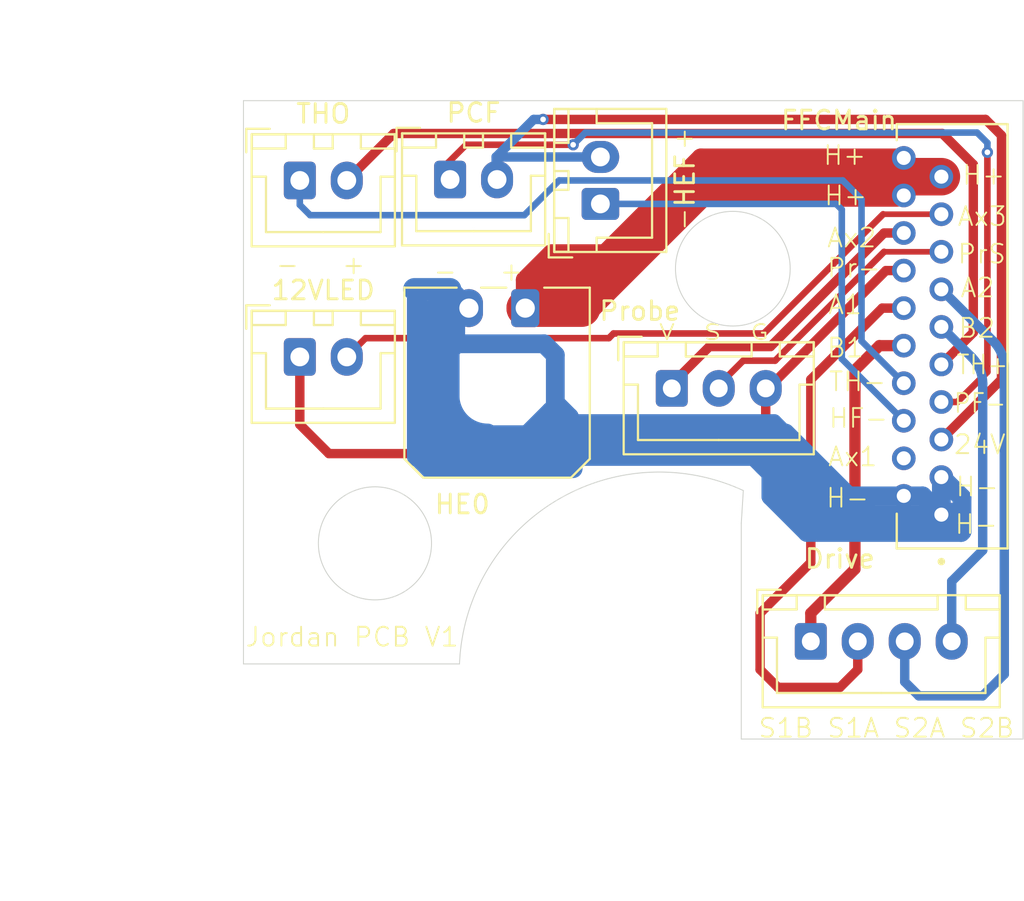
<source format=kicad_pcb>
(kicad_pcb (version 20240108) (generator "pcbnew") (generator_version "8.0")
  (layers (0 "F.Cu" signal) (31 "B.Cu" signal) (34 "B.Paste" user) (35 "F.Paste" user) (36 "B.SilkS" user "B.Silkscreen") (37 "F.SilkS" user "F.Silkscreen") (38 "B.Mask" user) (39 "F.Mask" user) (44 "Edge.Cuts" user))
  (net 0 "")
  (footprint "Connector_JST:JST_XH_B2B-XH-A_1x02_P2.50mm_Vertical" (layer "F.Cu") (at 148.5 66.65)
    (property "Reference" "12VLED" (at 1.25 -3.55 0) (layer "F.SilkS"))
    (property "Value" "JST_XH_B2B-XH-A_1x02_P2.50mm_Vertical" (hide yes))
    (fp_line (start -2.85 -2.75) (end -2.85 -1.5) (stroke (width 0.12)) (layer "F.SilkS"))
    (fp_line (start -2.56 -2.46) (end -2.56 3.51) (stroke (width 0.12)) (layer "F.SilkS"))
    (fp_line (start -2.56 3.51) (end 5.06 3.51) (stroke (width 0.12)) (layer "F.SilkS"))
    (fp_line (start -2.55 -2.45) (end -2.55 -1.7) (stroke (width 0.12)) (layer "F.SilkS"))
    (fp_line (start -2.55 -1.7) (end -0.75 -1.7) (stroke (width 0.12)) (layer "F.SilkS"))
    (fp_line (start -2.55 -0.2) (end -1.8 -0.2) (stroke (width 0.12)) (layer "F.SilkS"))
    (fp_line (start -1.8 -0.2) (end -1.8 2.75) (stroke (width 0.12)) (layer "F.SilkS"))
    (fp_line (start -1.8 2.75) (end 1.25 2.75) (stroke (width 0.12)) (layer "F.SilkS"))
    (fp_line (start -1.6 -2.75) (end -2.85 -2.75) (stroke (width 0.12)) (layer "F.SilkS"))
    (fp_line (start -0.75 -2.45) (end -2.55 -2.45) (stroke (width 0.12)) (layer "F.SilkS"))
    (fp_line (start -0.75 -1.7) (end -0.75 -2.45) (stroke (width 0.12)) (layer "F.SilkS"))
    (fp_line (start 0.75 -2.45) (end 0.75 -1.7) (stroke (width 0.12)) (layer "F.SilkS"))
    (fp_line (start 0.75 -1.7) (end 1.75 -1.7) (stroke (width 0.12)) (layer "F.SilkS"))
    (fp_line (start 1.75 -2.45) (end 0.75 -2.45) (stroke (width 0.12)) (layer "F.SilkS"))
    (fp_line (start 1.75 -1.7) (end 1.75 -2.45) (stroke (width 0.12)) (layer "F.SilkS"))
    (fp_line (start 3.25 -2.45) (end 3.25 -1.7) (stroke (width 0.12)) (layer "F.SilkS"))
    (fp_line (start 3.25 -1.7) (end 5.05 -1.7) (stroke (width 0.12)) (layer "F.SilkS"))
    (fp_line (start 4.3 -0.2) (end 4.3 2.75) (stroke (width 0.12)) (layer "F.SilkS"))
    (fp_line (start 4.3 2.75) (end 1.25 2.75) (stroke (width 0.12)) (layer "F.SilkS"))
    (fp_line (start 5.05 -2.45) (end 3.25 -2.45) (stroke (width 0.12)) (layer "F.SilkS"))
    (fp_line (start 5.05 -1.7) (end 5.05 -2.45) (stroke (width 0.12)) (layer "F.SilkS"))
    (fp_line (start 5.05 -0.2) (end 4.3 -0.2) (stroke (width 0.12)) (layer "F.SilkS"))
    (fp_line (start 5.06 -2.46) (end -2.56 -2.46) (stroke (width 0.12)) (layer "F.SilkS"))
    (fp_line (start 5.06 3.51) (end 5.06 -2.46) (stroke (width 0.12)) (layer "F.SilkS"))
    (pad "1" thru_hole roundrect (at 0 0) (size 1.7 2) (drill 1) (layers "*.Cu" "*.Mask") (roundrect_rratio 0.147059))
    (pad "2" thru_hole oval (at 2.5 0) (size 1.7 2) (drill 1) (layers "*.Cu" "*.Mask"))
  )
  (footprint "Connector_Molex:Molex_Micro-Fit_3.0_43650-0200_1x02_P3.00mm_Horizontal" (layer "F.Cu") (at 160.5 64.05 180)
    (property "Reference" "HE0" (at 3.35 -10.45 180) (layer "F.SilkS"))
    (property "Value" "Molex_Micro-Fit_3.0_43650-0200_1x02_P3.00mm_Horizontal" (hide yes))
    (fp_line (start 6.435 1.09) (end 3.651767 1.09) (stroke (width 0.12)) (layer "F.SilkS"))
    (fp_line (start 6.435 -8.03) (end 6.435 1.09) (stroke (width 0.12)) (layer "F.SilkS"))
    (fp_line (start 5.435 -9.03) (end 6.435 -8.03) (stroke (width 0.12)) (layer "F.SilkS"))
    (fp_line (start 1.01 1.09) (end 2.348233 1.09) (stroke (width 0.12)) (layer "F.SilkS"))
    (fp_line (start -2.435 -9.03) (end 5.435 -9.03) (stroke (width 0.12)) (layer "F.SilkS"))
    (fp_line (start -3.435 1.09) (end -1.01 1.09) (stroke (width 0.12)) (layer "F.SilkS"))
    (fp_line (start -3.435 1.09) (end -3.435 -8.03) (stroke (width 0.12)) (layer "F.SilkS"))
    (fp_line (start -3.435 -8.03) (end -2.435 -9.03) (stroke (width 0.12)) (layer "F.SilkS"))
    (pad "" np_thru_hole circle (at 1.5 -4.32 180) (size 3 3) (drill 3) (layers "*.Cu" "*.Mask"))
    (pad "1" thru_hole roundrect (at 0 0 180) (size 1.5 2.02) (drill 1.02) (layers "*.Cu" "*.Mask") (roundrect_rratio 0.166667))
    (pad "2" thru_hole oval (at 3 0 180) (size 1.5 2.02) (drill 1.02) (layers "*.Cu" "*.Mask"))
  )
  (footprint "Connector_JST:JST_XH_B2B-XH-A_1x02_P2.50mm_Vertical" (layer "F.Cu") (at 148.5 57.25)
    (property "Reference" "THO" (at 1.25 -3.55 0) (layer "F.SilkS"))
    (property "Value" "JST_XH_B2B-XH-A_1x02_P2.50mm_Vertical" (hide yes))
    (fp_line (start -2.85 -2.75) (end -2.85 -1.5) (stroke (width 0.12)) (layer "F.SilkS"))
    (fp_line (start -2.56 -2.46) (end -2.56 3.51) (stroke (width 0.12)) (layer "F.SilkS"))
    (fp_line (start -2.56 3.51) (end 5.06 3.51) (stroke (width 0.12)) (layer "F.SilkS"))
    (fp_line (start -2.55 -2.45) (end -2.55 -1.7) (stroke (width 0.12)) (layer "F.SilkS"))
    (fp_line (start -2.55 -1.7) (end -0.75 -1.7) (stroke (width 0.12)) (layer "F.SilkS"))
    (fp_line (start -2.55 -0.2) (end -1.8 -0.2) (stroke (width 0.12)) (layer "F.SilkS"))
    (fp_line (start -1.8 -0.2) (end -1.8 2.75) (stroke (width 0.12)) (layer "F.SilkS"))
    (fp_line (start -1.8 2.75) (end 1.25 2.75) (stroke (width 0.12)) (layer "F.SilkS"))
    (fp_line (start -1.6 -2.75) (end -2.85 -2.75) (stroke (width 0.12)) (layer "F.SilkS"))
    (fp_line (start -0.75 -2.45) (end -2.55 -2.45) (stroke (width 0.12)) (layer "F.SilkS"))
    (fp_line (start -0.75 -1.7) (end -0.75 -2.45) (stroke (width 0.12)) (layer "F.SilkS"))
    (fp_line (start 0.75 -2.45) (end 0.75 -1.7) (stroke (width 0.12)) (layer "F.SilkS"))
    (fp_line (start 0.75 -1.7) (end 1.75 -1.7) (stroke (width 0.12)) (layer "F.SilkS"))
    (fp_line (start 1.75 -2.45) (end 0.75 -2.45) (stroke (width 0.12)) (layer "F.SilkS"))
    (fp_line (start 1.75 -1.7) (end 1.75 -2.45) (stroke (width 0.12)) (layer "F.SilkS"))
    (fp_line (start 3.25 -2.45) (end 3.25 -1.7) (stroke (width 0.12)) (layer "F.SilkS"))
    (fp_line (start 3.25 -1.7) (end 5.05 -1.7) (stroke (width 0.12)) (layer "F.SilkS"))
    (fp_line (start 4.3 -0.2) (end 4.3 2.75) (stroke (width 0.12)) (layer "F.SilkS"))
    (fp_line (start 4.3 2.75) (end 1.25 2.75) (stroke (width 0.12)) (layer "F.SilkS"))
    (fp_line (start 5.05 -2.45) (end 3.25 -2.45) (stroke (width 0.12)) (layer "F.SilkS"))
    (fp_line (start 5.05 -1.7) (end 5.05 -2.45) (stroke (width 0.12)) (layer "F.SilkS"))
    (fp_line (start 5.05 -0.2) (end 4.3 -0.2) (stroke (width 0.12)) (layer "F.SilkS"))
    (fp_line (start 5.06 -2.46) (end -2.56 -2.46) (stroke (width 0.12)) (layer "F.SilkS"))
    (fp_line (start 5.06 3.51) (end 5.06 -2.46) (stroke (width 0.12)) (layer "F.SilkS"))
    (pad "1" thru_hole roundrect (at 0 0) (size 1.7 2) (drill 1) (layers "*.Cu" "*.Mask") (roundrect_rratio 0.147059))
    (pad "2" thru_hole oval (at 2.5 0) (size 1.7 2) (drill 1) (layers "*.Cu" "*.Mask"))
  )
  (footprint "Connector_JST:JST_XH_B2B-XH-A_1x02_P2.50mm_Vertical" (layer "F.Cu") (at 164.5 58.5 90)
    (property "Reference" "HEF" (at 1.25 4.5 -90) (layer "F.SilkS"))
    (property "Value" "JST_XH_B2B-XH-A_1x02_P2.50mm_Vertical" (hide yes))
    (fp_line (start -1.6 -2.75) (end -2.85 -2.75) (stroke (width 0.12)) (layer "F.SilkS"))
    (fp_line (start -2.85 -2.75) (end -2.85 -1.5) (stroke (width 0.12)) (layer "F.SilkS"))
    (fp_line (start 5.06 -2.46) (end -2.56 -2.46) (stroke (width 0.12)) (layer "F.SilkS"))
    (fp_line (start -2.56 -2.46) (end -2.56 3.51) (stroke (width 0.12)) (layer "F.SilkS"))
    (fp_line (start 5.05 -2.45) (end 3.25 -2.45) (stroke (width 0.12)) (layer "F.SilkS"))
    (fp_line (start 3.25 -2.45) (end 3.25 -1.7) (stroke (width 0.12)) (layer "F.SilkS"))
    (fp_line (start 1.75 -2.45) (end 0.75 -2.45) (stroke (width 0.12)) (layer "F.SilkS"))
    (fp_line (start 0.75 -2.45) (end 0.75 -1.7) (stroke (width 0.12)) (layer "F.SilkS"))
    (fp_line (start -0.75 -2.45) (end -2.55 -2.45) (stroke (width 0.12)) (layer "F.SilkS"))
    (fp_line (start -2.55 -2.45) (end -2.55 -1.7) (stroke (width 0.12)) (layer "F.SilkS"))
    (fp_line (start 5.05 -1.7) (end 5.05 -2.45) (stroke (width 0.12)) (layer "F.SilkS"))
    (fp_line (start 3.25 -1.7) (end 5.05 -1.7) (stroke (width 0.12)) (layer "F.SilkS"))
    (fp_line (start 1.75 -1.7) (end 1.75 -2.45) (stroke (width 0.12)) (layer "F.SilkS"))
    (fp_line (start 0.75 -1.7) (end 1.75 -1.7) (stroke (width 0.12)) (layer "F.SilkS"))
    (fp_line (start -0.75 -1.7) (end -0.75 -2.45) (stroke (width 0.12)) (layer "F.SilkS"))
    (fp_line (start -2.55 -1.7) (end -0.75 -1.7) (stroke (width 0.12)) (layer "F.SilkS"))
    (fp_line (start 5.05 -0.2) (end 4.3 -0.2) (stroke (width 0.12)) (layer "F.SilkS"))
    (fp_line (start 4.3 -0.2) (end 4.3 2.75) (stroke (width 0.12)) (layer "F.SilkS"))
    (fp_line (start -1.8 -0.2) (end -1.8 2.75) (stroke (width 0.12)) (layer "F.SilkS"))
    (fp_line (start -2.55 -0.2) (end -1.8 -0.2) (stroke (width 0.12)) (layer "F.SilkS"))
    (fp_line (start 4.3 2.75) (end 1.25 2.75) (stroke (width 0.12)) (layer "F.SilkS"))
    (fp_line (start -1.8 2.75) (end 1.25 2.75) (stroke (width 0.12)) (layer "F.SilkS"))
    (fp_line (start 5.06 3.51) (end 5.06 -2.46) (stroke (width 0.12)) (layer "F.SilkS"))
    (fp_line (start -2.56 3.51) (end 5.06 3.51) (stroke (width 0.12)) (layer "F.SilkS"))
    (pad "1" thru_hole roundrect (at 0 0 90) (size 1.7 2) (drill 1) (layers "*.Cu" "*.Mask") (roundrect_rratio 0.147059))
    (pad "2" thru_hole oval (at 2.5 0 90) (size 1.7 2) (drill 1) (layers "*.Cu" "*.Mask"))
  )
  (footprint "Connector_JST:JST_XH_B2B-XH-A_1x02_P2.50mm_Vertical" (layer "F.Cu") (at 156.5 57.2)
    (property "Reference" "PCF" (at 1.25 -3.55 0) (layer "F.SilkS"))
    (property "Value" "JST_XH_B2B-XH-A_1x02_P2.50mm_Vertical" (hide yes))
    (fp_line (start -2.85 -2.75) (end -2.85 -1.5) (stroke (width 0.12)) (layer "F.SilkS"))
    (fp_line (start -2.56 -2.46) (end -2.56 3.51) (stroke (width 0.12)) (layer "F.SilkS"))
    (fp_line (start -2.56 3.51) (end 5.06 3.51) (stroke (width 0.12)) (layer "F.SilkS"))
    (fp_line (start -2.55 -2.45) (end -2.55 -1.7) (stroke (width 0.12)) (layer "F.SilkS"))
    (fp_line (start -2.55 -1.7) (end -0.75 -1.7) (stroke (width 0.12)) (layer "F.SilkS"))
    (fp_line (start -2.55 -0.2) (end -1.8 -0.2) (stroke (width 0.12)) (layer "F.SilkS"))
    (fp_line (start -1.8 -0.2) (end -1.8 2.75) (stroke (width 0.12)) (layer "F.SilkS"))
    (fp_line (start -1.8 2.75) (end 1.25 2.75) (stroke (width 0.12)) (layer "F.SilkS"))
    (fp_line (start -1.6 -2.75) (end -2.85 -2.75) (stroke (width 0.12)) (layer "F.SilkS"))
    (fp_line (start -0.75 -2.45) (end -2.55 -2.45) (stroke (width 0.12)) (layer "F.SilkS"))
    (fp_line (start -0.75 -1.7) (end -0.75 -2.45) (stroke (width 0.12)) (layer "F.SilkS"))
    (fp_line (start 0.75 -2.45) (end 0.75 -1.7) (stroke (width 0.12)) (layer "F.SilkS"))
    (fp_line (start 0.75 -1.7) (end 1.75 -1.7) (stroke (width 0.12)) (layer "F.SilkS"))
    (fp_line (start 1.75 -2.45) (end 0.75 -2.45) (stroke (width 0.12)) (layer "F.SilkS"))
    (fp_line (start 1.75 -1.7) (end 1.75 -2.45) (stroke (width 0.12)) (layer "F.SilkS"))
    (fp_line (start 3.25 -2.45) (end 3.25 -1.7) (stroke (width 0.12)) (layer "F.SilkS"))
    (fp_line (start 3.25 -1.7) (end 5.05 -1.7) (stroke (width 0.12)) (layer "F.SilkS"))
    (fp_line (start 4.3 -0.2) (end 4.3 2.75) (stroke (width 0.12)) (layer "F.SilkS"))
    (fp_line (start 4.3 2.75) (end 1.25 2.75) (stroke (width 0.12)) (layer "F.SilkS"))
    (fp_line (start 5.05 -2.45) (end 3.25 -2.45) (stroke (width 0.12)) (layer "F.SilkS"))
    (fp_line (start 5.05 -1.7) (end 5.05 -2.45) (stroke (width 0.12)) (layer "F.SilkS"))
    (fp_line (start 5.05 -0.2) (end 4.3 -0.2) (stroke (width 0.12)) (layer "F.SilkS"))
    (fp_line (start 5.06 -2.46) (end -2.56 -2.46) (stroke (width 0.12)) (layer "F.SilkS"))
    (fp_line (start 5.06 3.51) (end 5.06 -2.46) (stroke (width 0.12)) (layer "F.SilkS"))
    (pad "1" thru_hole roundrect (at 0 0) (size 1.7 2) (drill 1) (layers "*.Cu" "*.Mask") (roundrect_rratio 0.147059))
    (pad "2" thru_hole oval (at 2.5 0) (size 1.7 2) (drill 1) (layers "*.Cu" "*.Mask"))
  )
  (footprint "Connector_JST:JST_XH_B4B-XH-A_1x04_P2.50mm_Vertical" (layer "F.Cu") (at 175.7 81.8)
    (property "Reference" "Drive" (at 1.55 -4.4 0) (layer "F.SilkS"))
    (property "Value" "JST_XH_B4B-XH-A_1x04_P2.50mm_Vertical" (hide yes))
    (fp_line (start -2.85 -2.75) (end -2.85 -1.5) (stroke (width 0.12)) (layer "F.SilkS"))
    (fp_line (start -2.56 -2.46) (end -2.56 3.51) (stroke (width 0.12)) (layer "F.SilkS"))
    (fp_line (start -2.56 3.51) (end 10.06 3.51) (stroke (width 0.12)) (layer "F.SilkS"))
    (fp_line (start -2.55 -2.45) (end -2.55 -1.7) (stroke (width 0.12)) (layer "F.SilkS"))
    (fp_line (start -2.55 -1.7) (end -0.75 -1.7) (stroke (width 0.12)) (layer "F.SilkS"))
    (fp_line (start -2.55 -0.2) (end -1.8 -0.2) (stroke (width 0.12)) (layer "F.SilkS"))
    (fp_line (start -1.8 -0.2) (end -1.8 2.75) (stroke (width 0.12)) (layer "F.SilkS"))
    (fp_line (start -1.8 2.75) (end 3.75 2.75) (stroke (width 0.12)) (layer "F.SilkS"))
    (fp_line (start -1.6 -2.75) (end -2.85 -2.75) (stroke (width 0.12)) (layer "F.SilkS"))
    (fp_line (start -0.75 -2.45) (end -2.55 -2.45) (stroke (width 0.12)) (layer "F.SilkS"))
    (fp_line (start -0.75 -1.7) (end -0.75 -2.45) (stroke (width 0.12)) (layer "F.SilkS"))
    (fp_line (start 0.75 -2.45) (end 0.75 -1.7) (stroke (width 0.12)) (layer "F.SilkS"))
    (fp_line (start 0.75 -1.7) (end 6.75 -1.7) (stroke (width 0.12)) (layer "F.SilkS"))
    (fp_line (start 6.75 -2.45) (end 0.75 -2.45) (stroke (width 0.12)) (layer "F.SilkS"))
    (fp_line (start 6.75 -1.7) (end 6.75 -2.45) (stroke (width 0.12)) (layer "F.SilkS"))
    (fp_line (start 8.25 -2.45) (end 8.25 -1.7) (stroke (width 0.12)) (layer "F.SilkS"))
    (fp_line (start 8.25 -1.7) (end 10.05 -1.7) (stroke (width 0.12)) (layer "F.SilkS"))
    (fp_line (start 9.3 -0.2) (end 9.3 2.75) (stroke (width 0.12)) (layer "F.SilkS"))
    (fp_line (start 9.3 2.75) (end 3.75 2.75) (stroke (width 0.12)) (layer "F.SilkS"))
    (fp_line (start 10.05 -2.45) (end 8.25 -2.45) (stroke (width 0.12)) (layer "F.SilkS"))
    (fp_line (start 10.05 -1.7) (end 10.05 -2.45) (stroke (width 0.12)) (layer "F.SilkS"))
    (fp_line (start 10.05 -0.2) (end 9.3 -0.2) (stroke (width 0.12)) (layer "F.SilkS"))
    (fp_line (start 10.06 -2.46) (end -2.56 -2.46) (stroke (width 0.12)) (layer "F.SilkS"))
    (fp_line (start 10.06 3.51) (end 10.06 -2.46) (stroke (width 0.12)) (layer "F.SilkS"))
    (pad "1" thru_hole roundrect (at 0 0) (size 1.7 1.95) (drill 0.95) (layers "*.Cu" "*.Mask") (roundrect_rratio 0.147059))
    (pad "2" thru_hole oval (at 2.5 0) (size 1.7 1.95) (drill 0.95) (layers "*.Cu" "*.Mask"))
    (pad "3" thru_hole oval (at 5 0) (size 1.7 1.95) (drill 0.95) (layers "*.Cu" "*.Mask"))
    (pad "4" thru_hole oval (at 7.5 0) (size 1.7 1.95) (drill 0.95) (layers "*.Cu" "*.Mask"))
  )
  (footprint "HolgerLib:AMPHENOL_HLW20R-2C7LF" (layer "F.Cu") (at 183.225 65.55 90)
    (property "Reference" "FFCMain" (at 11.5 -6.025 0) (layer "F.SilkS"))
    (property "Value" "AMPHENOL_HLW20R-2C7LF" (hide yes))
    (fp_line (start 11.3 -2.95) (end 11.3 2.95) (stroke (width 0.127)) (layer "F.SilkS"))
    (fp_line (start 10.449 -2.95) (end 11.3 -2.95) (stroke (width 0.127)) (layer "F.SilkS"))
    (fp_line (start -11.3 -2.95) (end -9.449 -2.95) (stroke (width 0.127)) (layer "F.SilkS"))
    (fp_line (start 11.3 2.95) (end -11.3 2.95) (stroke (width 0.127)) (layer "F.SilkS"))
    (fp_line (start -11.3 2.95) (end -11.3 -2.95) (stroke (width 0.127)) (layer "F.SilkS"))
    (fp_circle (center -12 -0.575) (end -11.9 -0.575) (stroke (width 0.2)) (fill none) (layer "F.SilkS"))
    (pad "1" thru_hole rect (at -9.5 -0.575 90) (size 1.258 1.258) (drill 0.75) (layers "*.Cu" "*.Mask"))
    (pad "2" thru_hole circle (at -8.5 -2.575 90) (size 1.258 1.258) (drill 0.75) (layers "*.Cu" "*.Mask"))
    (pad "3" thru_hole circle (at -7.5 -0.575 90) (size 1.258 1.258) (drill 0.75) (layers "*.Cu" "*.Mask"))
    (pad "4" thru_hole circle (at -6.5 -2.575 90) (size 1.258 1.258) (drill 0.75) (layers "*.Cu" "*.Mask"))
    (pad "5" thru_hole circle (at -5.5 -0.575 90) (size 1.258 1.258) (drill 0.75) (layers "*.Cu" "*.Mask"))
    (pad "6" thru_hole circle (at -4.5 -2.575 90) (size 1.258 1.258) (drill 0.75) (layers "*.Cu" "*.Mask"))
    (pad "7" thru_hole circle (at -3.5 -0.575 90) (size 1.258 1.258) (drill 0.75) (layers "*.Cu" "*.Mask"))
    (pad "8" thru_hole circle (at -2.5 -2.575 90) (size 1.258 1.258) (drill 0.75) (layers "*.Cu" "*.Mask"))
    (pad "9" thru_hole circle (at -1.5 -0.575 90) (size 1.258 1.258) (drill 0.75) (layers "*.Cu" "*.Mask"))
    (pad "10" thru_hole circle (at -0.5 -2.575 90) (size 1.258 1.258) (drill 0.75) (layers "*.Cu" "*.Mask"))
    (pad "11" thru_hole circle (at 0.5 -0.575 90) (size 1.258 1.258) (drill 0.75) (layers "*.Cu" "*.Mask"))
    (pad "12" thru_hole circle (at 1.5 -2.575 90) (size 1.258 1.258) (drill 0.75) (layers "*.Cu" "*.Mask"))
    (pad "13" thru_hole circle (at 2.5 -0.575 90) (size 1.258 1.258) (drill 0.75) (layers "*.Cu" "*.Mask"))
    (pad "14" thru_hole circle (at 3.5 -2.575 90) (size 1.258 1.258) (drill 0.75) (layers "*.Cu" "*.Mask"))
    (pad "15" thru_hole circle (at 4.5 -0.575 90) (size 1.258 1.258) (drill 0.75) (layers "*.Cu" "*.Mask"))
    (pad "16" thru_hole circle (at 5.5 -2.575 90) (size 1.258 1.258) (drill 0.75) (layers "*.Cu" "*.Mask"))
    (pad "17" thru_hole circle (at 6.5 -0.575 90) (size 1.258 1.258) (drill 0.75) (layers "*.Cu" "*.Mask"))
    (pad "18" thru_hole circle (at 7.5 -2.575 90) (size 1.258 1.258) (drill 0.75) (layers "*.Cu" "*.Mask"))
    (pad "19" thru_hole circle (at 8.5 -0.575 90) (size 1.258 1.258) (drill 0.75) (layers "*.Cu" "*.Mask"))
    (pad "20" thru_hole circle (at 9.5 -2.575 90) (size 1.258 1.258) (drill 0.75) (layers "*.Cu" "*.Mask"))
  )
  (footprint "Connector_JST:JST_XH_B3B-XH-A_1x03_P2.50mm_Vertical" (layer "F.Cu") (at 168.3 68.325)
    (property "Reference" "Probe" (at -1.7 -4.125 0) (layer "F.SilkS"))
    (property "Value" "JST_XH_B3B-XH-A_1x03_P2.50mm_Vertical" (hide yes))
    (fp_line (start -2.85 -2.75) (end -2.85 -1.5) (stroke (width 0.12)) (layer "F.SilkS"))
    (fp_line (start -2.56 -2.46) (end -2.56 3.51) (stroke (width 0.12)) (layer "F.SilkS"))
    (fp_line (start -2.56 3.51) (end 7.56 3.51) (stroke (width 0.12)) (layer "F.SilkS"))
    (fp_line (start -2.55 -2.45) (end -2.55 -1.7) (stroke (width 0.12)) (layer "F.SilkS"))
    (fp_line (start -2.55 -1.7) (end -0.75 -1.7) (stroke (width 0.12)) (layer "F.SilkS"))
    (fp_line (start -2.55 -0.2) (end -1.8 -0.2) (stroke (width 0.12)) (layer "F.SilkS"))
    (fp_line (start -1.8 -0.2) (end -1.8 2.75) (stroke (width 0.12)) (layer "F.SilkS"))
    (fp_line (start -1.8 2.75) (end 2.5 2.75) (stroke (width 0.12)) (layer "F.SilkS"))
    (fp_line (start -1.6 -2.75) (end -2.85 -2.75) (stroke (width 0.12)) (layer "F.SilkS"))
    (fp_line (start -0.75 -2.45) (end -2.55 -2.45) (stroke (width 0.12)) (layer "F.SilkS"))
    (fp_line (start -0.75 -1.7) (end -0.75 -2.45) (stroke (width 0.12)) (layer "F.SilkS"))
    (fp_line (start 0.75 -2.45) (end 0.75 -1.7) (stroke (width 0.12)) (layer "F.SilkS"))
    (fp_line (start 0.75 -1.7) (end 4.25 -1.7) (stroke (width 0.12)) (layer "F.SilkS"))
    (fp_line (start 4.25 -2.45) (end 0.75 -2.45) (stroke (width 0.12)) (layer "F.SilkS"))
    (fp_line (start 4.25 -1.7) (end 4.25 -2.45) (stroke (width 0.12)) (layer "F.SilkS"))
    (fp_line (start 5.75 -2.45) (end 5.75 -1.7) (stroke (width 0.12)) (layer "F.SilkS"))
    (fp_line (start 5.75 -1.7) (end 7.55 -1.7) (stroke (width 0.12)) (layer "F.SilkS"))
    (fp_line (start 6.8 -0.2) (end 6.8 2.75) (stroke (width 0.12)) (layer "F.SilkS"))
    (fp_line (start 6.8 2.75) (end 2.5 2.75) (stroke (width 0.12)) (layer "F.SilkS"))
    (fp_line (start 7.55 -2.45) (end 5.75 -2.45) (stroke (width 0.12)) (layer "F.SilkS"))
    (fp_line (start 7.55 -1.7) (end 7.55 -2.45) (stroke (width 0.12)) (layer "F.SilkS"))
    (fp_line (start 7.55 -0.2) (end 6.8 -0.2) (stroke (width 0.12)) (layer "F.SilkS"))
    (fp_line (start 7.56 -2.46) (end -2.56 -2.46) (stroke (width 0.12)) (layer "F.SilkS"))
    (fp_line (start 7.56 3.51) (end 7.56 -2.46) (stroke (width 0.12)) (layer "F.SilkS"))
    (pad "1" thru_hole roundrect (at 0 0) (size 1.7 1.95) (drill 0.95) (layers "*.Cu" "*.Mask") (roundrect_rratio 0.147059))
    (pad "2" thru_hole oval (at 2.5 0) (size 1.7 1.95) (drill 0.95) (layers "*.Cu" "*.Mask"))
    (pad "3" thru_hole oval (at 5 0) (size 1.7 1.95) (drill 0.95) (layers "*.Cu" "*.Mask"))
  )
  (gr_line (start 172 75.5) (end 172 87) (stroke (width 0.05)) (layer "Edge.Cuts"))
  (gr_line (start 157 83) (end 145.5 83) (stroke (width 0.05)) (layer "Edge.Cuts"))
  (gr_line (start 172 75.5) (end 172.107927 73.767067) (stroke (width 0.05)) (layer "Edge.Cuts"))
  (gr_circle (center 152.499438 76.578729) (end 155.510928 76.578729) (stroke (width 0.05)) (fill none) (layer "Edge.Cuts"))
  (gr_circle (center 171.55 61.95) (end 173.9 63.9) (stroke (width 0.05)) (fill none) (layer "Edge.Cuts"))
  (gr_line (start 145.5 53) (end 187 53) (stroke (width 0.05)) (layer "Edge.Cuts"))
  (gr_arc (start 157 83) (mid 162.084312 74.342422) (end 172.107927 73.767067) (stroke (width 0.05)) (layer "Edge.Cuts"))
  (gr_line (start 187 87) (end 187 53) (stroke (width 0.05)) (layer "Edge.Cuts"))
  (gr_line (start 187 87) (end 172 87) (stroke (width 0.05)) (layer "Edge.Cuts"))
  (gr_line (start 145.5 83) (end 145.5 53) (stroke (width 0.05)) (layer "Edge.Cuts"))
  (gr_text "H-" (at 183.35 74.15 0) (layer "F.SilkS") (effects (font (size 1 1) (thickness 0.1)) (justify left bottom)))
  (gr_text "+   -" (at 152.05 61.3 180) (layer "F.SilkS") (effects (font (size 1 1) (thickness 0.1)) (justify left bottom)))
  (gr_text "Ax2\nPr-" (at 176.5 62.5 0) (layer "F.SilkS") (effects (font (size 1 1) (thickness 0.1)) (justify left bottom)))
  (gr_text "A2" (at 183.6 63.55 0) (layer "F.SilkS") (effects (font (size 1 1) (thickness 0.1)) (justify left bottom)))
  (gr_text "+   -" (at 160.45 61.65 180) (layer "F.SilkS") (effects (font (size 1 1) (thickness 0.1)) (justify left bottom)))
  (gr_text "H+" (at 176.3 56.5 0) (layer "F.SilkS") (effects (font (size 1 1) (thickness 0.1)) (justify left bottom)))
  (gr_text "B2" (at 183.5 65.7 0) (layer "F.SilkS") (effects (font (size 1 1) (thickness 0.1)) (justify left bottom)))
  (gr_text "TH-" (at 176.6 68.55 0) (layer "F.SilkS") (effects (font (size 1 1) (thickness 0.1)) (justify left bottom)))
  (gr_text "H-" (at 183.3 76.15 0) (layer "F.SilkS") (effects (font (size 1 1) (thickness 0.1)) (justify left bottom)))
  (gr_text "S1B S1A S2A S2B" (at 172.85 87 0) (layer "F.SilkS") (effects (font (size 1 1) (thickness 0.1)) (justify left bottom)))
  (gr_text "B1\n" (at 176.5 66.75 0) (layer "F.SilkS") (effects (font (size 1 1) (thickness 0.1)) (justify left bottom)))
  (gr_text "H-" (at 176.45 74.75 0) (layer "F.SilkS") (effects (font (size 1 1) (thickness 0.1)) (justify left bottom)))
  (gr_text "V  S  G" (at 167.55 65.8 0) (layer "F.SilkS") (effects (font (size 0.8 1) (thickness 0.1)) (justify left bottom)))
  (gr_text "A1\n" (at 176.55 64.45 0) (layer "F.SilkS") (effects (font (size 1 1) (thickness 0.1)) (justify left bottom)))
  (gr_text "24V" (at 183.25 71.9 0) (layer "F.SilkS") (effects (font (size 1 1) (thickness 0.1)) (justify left bottom)))
  (gr_text "H+" (at 183.7 57.55 0) (layer "F.SilkS") (effects (font (size 1 1) (thickness 0.1)) (justify left bottom)))
  (gr_text "TH+" (at 183.4 67.65 0) (layer "F.SilkS") (effects (font (size 1 0.9) (thickness 0.1)) (justify left bottom)))
  (gr_text "Ax1" (at 176.55 72.55 0) (layer "F.SilkS") (effects (font (size 1 1) (thickness 0.1)) (justify left bottom)))
  (gr_text "-    +\n" (at 169.5 60 90) (layer "F.SilkS") (effects (font (size 1 1) (thickness 0.1)) (justify left bottom)))
  (gr_text "PF-" (at 183.25 69.7 0) (layer "F.SilkS") (effects (font (size 1 0.9) (thickness 0.1)) (justify left bottom)))
  (gr_text "HF-" (at 176.6 70.5 0) (layer "F.SilkS") (effects (font (size 1 1) (thickness 0.1)) (justify left bottom)))
  (gr_text "H+" (at 176.35 58.65 0) (layer "F.SilkS") (effects (font (size 1 1) (thickness 0.1)) (justify left bottom)))
  (gr_text "PrS" (at 183.45 61.75 0) (layer "F.SilkS") (effects (font (size 1 1) (thickness 0.1)) (justify left bottom)))
  (gr_text "Jordan PCB V1\n" (at 145.55 82.15 0) (layer "F.SilkS") (effects (font (size 1 1) (thickness 0.1)) (justify left bottom)))
  (gr_text "Ax3" (at 183.45 59.75 0) (layer "F.SilkS") (effects (font (size 1 1) (thickness 0.1)) (justify left bottom)))
  (segment (start 179.7 62.05) (end 180.65 62.05) (width 0.5) (layer "F.Cu") (net 0))
  (segment (start 173.25 71.8) (end 173.3 71.75) (width 0.35) (layer "F.Cu") (net 0))
  (segment (start 180.65 56.05) (end 169.85 56.05) (width 1) (layer "F.Cu") (net 0))
  (segment (start 179.5 64.05) (end 175.7 67.85) (width 0.5) (layer "F.Cu") (net 0))
  (segment (start 169.85 56.05) (end 164.75 61.15) (width 1) (layer "F.Cu") (net 0))
  (segment (start 164.75 61.15) (end 161.9 61.15) (width 1) (layer "F.Cu") (net 0))
  (segment (start 179.6 61.05) (end 182.65 61.05) (width 0.3) (layer "F.Cu") (net 0))
  (segment (start 173.55 66.1) (end 179.6 60.05) (width 0.5) (layer "F.Cu") (net 0))
  (segment (start 178.2 83.3) (end 178.2 81.8) (width 0.5) (layer "F.Cu") (net 0))
  (segment (start 157.35 55.35) (end 156.4 56.3) (width 0.35) (layer "F.Cu") (net 0))
  (segment (start 153.5 54.75) (end 182.7 54.75) (width 0.5) (layer "F.Cu") (net 0))
  (segment (start 175.7 67.85) (end 175.7 77.6) (width 0.5) (layer "F.Cu") (net 0))
  (segment (start 179.6 61.05) (end 173.8 66.85) (width 0.35) (layer "F.Cu") (net 0))
  (segment (start 148.5 70.25) (end 150.05 71.8) (width 0.5) (layer "F.Cu") (net 0))
  (segment (start 184.35 56.4) (end 184.35 65.35) (width 0.5) (layer "F.Cu") (net 0))
  (segment (start 173.3 71.75) (end 173.3 68.325) (width 0.5) (layer "F.Cu") (net 0))
  (segment (start 173.2 65.4) (end 165.2 65.4) (width 0.35) (layer "F.Cu") (net 0))
  (segment (start 165.2 65.4) (end 164.95 65.65) (width 0.35) (layer "F.Cu") (net 0))
  (segment (start 173.425 68.325) (end 179.7 62.05) (width 0.5) (layer "F.Cu") (net 0))
  (segment (start 185.1 55.75) (end 185.1 67.45) (width 0.35) (layer "F.Cu") (net 0))
  (segment (start 180.65 58.05) (end 180.25 57.65) (width 1.1) (layer "F.Cu") (net 0))
  (segment (start 182.65 59.05) (end 179.55 59.05) (width 0.3) (layer "F.Cu") (net 0))
  (segment (start 180.25 57.65) (end 169.9 57.65) (width 2) (layer "F.Cu") (net 0))
  (segment (start 169.7 57.05) (end 164.35 62.4) (width 2) (layer "F.Cu") (net 0))
  (segment (start 175.7 81.8) (end 175.75 81.75) (width 0.6) (layer "F.Cu") (net 0))
  (segment (start 184.35 65.35) (end 182.65 67.05) (width 0.5) (layer "F.Cu") (net 0))
  (segment (start 179.55 59.05) (end 173.2 65.4) (width 0.35) (layer "F.Cu") (net 0))
  (segment (start 160.5 62.55) (end 160.5 64.05) (width 1) (layer "F.Cu") (net 0))
  (segment (start 185.85 67.85) (end 182.65 71.05) (width 0.5) (layer "F.Cu") (net 0))
  (segment (start 182.7 54.75) (end 184.35 56.4) (width 0.5) (layer "F.Cu") (net 0))
  (segment (start 183.5 69.05) (end 182.65 69.05) (width 0.35) (layer "F.Cu") (net 0))
  (segment (start 173 80.3) (end 173 83.3) (width 0.5) (layer "F.Cu") (net 0))
  (segment (start 151 57.25) (end 153.5 54.75) (width 0.5) (layer "F.Cu") (net 0))
  (segment (start 185 54) (end 185.85 54.85) (width 0.5) (layer "F.Cu") (net 0))
  (segment (start 173.8 66.85) (end 172.1 66.85) (width 0.35) (layer "F.Cu") (net 0))
  (segment (start 173.95 84.25) (end 177.25 84.25) (width 0.5) (layer "F.Cu") (net 0))
  (segment (start 175.7 80.3) (end 175.7 81.8) (width 0.6) (layer "F.Cu") (net 0))
  (segment (start 163.5 64.05) (end 160.5 64.05) (width 2) (layer "F.Cu") (net 0))
  (segment (start 164.35 62.4) (end 162.15 62.4) (width 2) (layer "F.Cu") (net 0))
  (segment (start 169.9 57.65) (end 163.5 64.05) (width 1.8) (layer "F.Cu") (net 0))
  (segment (start 162.15 62.4) (end 160.5 64.05) (width 2) (layer "F.Cu") (net 0))
  (segment (start 156.4 56.3) (end 156.4 57.1) (width 0.35) (layer "F.Cu") (net 0))
  (segment (start 179.6 60.05) (end 180.65 60.05) (width 0.5) (layer "F.Cu") (net 0))
  (segment (start 164.95 65.65) (end 152 65.65) (width 0.35) (layer "F.Cu") (net 0))
  (segment (start 168.3 68.325) (end 168.3 68.1) (width 0.5) (layer "F.Cu") (net 0))
  (segment (start 150.05 71.8) (end 173.25 71.8) (width 0.5) (layer "F.Cu") (net 0))
  (segment (start 178.05 77.95) (end 175.7 80.3) (width 0.6) (layer "F.Cu") (net 0))
  (segment (start 180.65 66.05) (end 179.35 66.05) (width 0.6) (layer "F.Cu") (net 0))
  (segment (start 161.45 54) (end 185 54) (width 0.5) (layer "F.Cu") (net 0))
  (segment (start 152 65.65) (end 151 66.65) (width 0.35) (layer "F.Cu") (net 0))
  (segment (start 179.35 66.05) (end 178.05 67.35) (width 0.6) (layer "F.Cu") (net 0))
  (segment (start 148.5 66.65) (end 148.5 70.25) (width 0.5) (layer "F.Cu") (net 0))
  (segment (start 168.3 68.1) (end 170.3 66.1) (width 0.5) (layer "F.Cu") (net 0))
  (segment (start 170.3 66.1) (end 173.55 66.1) (width 0.5) (layer "F.Cu") (net 0))
  (segment (start 178.05 67.35) (end 178.05 77.95) (width 0.6) (layer "F.Cu") (net 0))
  (segment (start 178.2 81.8) (end 178.05 81.65) (width 0.6) (layer "F.Cu") (net 0))
  (segment (start 172.1 66.85) (end 170.8 68.15) (width 0.35) (layer "F.Cu") (net 0))
  (segment (start 185.85 54.85) (end 185.85 67.85) (width 0.5) (layer "F.Cu") (net 0))
  (segment (start 175.7 77.6) (end 173 80.3) (width 0.5) (layer "F.Cu") (net 0))
  (segment (start 185.1 67.45) (end 183.5 69.05) (width 0.35) (layer "F.Cu") (net 0))
  (segment (start 161.9 61.15) (end 160.5 62.55) (width 1) (layer "F.Cu") (net 0))
  (segment (start 163.05 55.35) (end 157.35 55.35) (width 0.35) (layer "F.Cu") (net 0))
  (segment (start 170.8 68.15) (end 170.8 68.325) (width 0.35) (layer "F.Cu") (net 0))
  (segment (start 182.65 57.05) (end 169.7 57.05) (width 2) (layer "F.Cu") (net 0))
  (segment (start 173 83.3) (end 173.95 84.25) (width 0.5) (layer "F.Cu") (net 0))
  (segment (start 180.65 64.05) (end 179.5 64.05) (width 0.5) (layer "F.Cu") (net 0))
  (segment (start 177.25 84.25) (end 178.2 83.3) (width 0.5) (layer "F.Cu") (net 0))
  (via (at 161.45 54) (size 0.6) (drill 0.3) (layers "F.Cu" "B.Cu") (net 0))
  (via (at 185.1 55.75) (size 0.6) (drill 0.3) (layers "F.Cu" "B.Cu") (net 0))
  (via (at 163.05 55.35) (size 0.6) (drill 0.3) (layers "F.Cu" "B.Cu") (net 0))
  (segment (start 162.1 66.55) (end 161.5 65.95) (width 1) (layer "B.Cu") (net 0))
  (segment (start 178.15 74.95) (end 178.25 75.05) (width 1) (layer "B.Cu") (net 0))
  (segment (start 160.45 59.1) (end 149.05 59.1) (width 0.35) (layer "B.Cu") (net 0))
  (segment (start 172.95 71.45) (end 173.1 71.6) (width 0.2) (layer "B.Cu") (net 0))
  (segment (start 162.1 70.05) (end 162.1 69.45) (width 0.8) (layer "B.Cu") (net 0))
  (segment (start 182.65 73.05) (end 183.75 74.15) (width 1) (layer "B.Cu") (net 0))
  (segment (start 155.4 72.6) (end 163.05 72.6) (width 1) (layer "B.Cu") (net 0))
  (segment (start 156.5 63.05) (end 157.5 64.05) (width 1) (layer "B.Cu") (net 0))
  (segment (start 149.05 59.1) (end 148.5 58.55) (width 0.35) (layer "B.Cu") (net 0))
  (segment (start 162.85 69.85) (end 162.85 70.1) (width 1) (layer "B.Cu") (net 0))
  (segment (start 178.15 74.95) (end 176.45 74.95) (width 2.1) (layer "B.Cu") (net 0))
  (segment (start 178.2 81.8) (end 178.05 81.65) (width 0.5) (layer "B.Cu") (net 0))
  (segment (start 180.65 74.05) (end 177.7 74.05) (width 1) (layer "B.Cu") (net 0))
  (segment (start 178.25 75.05) (end 182.65 75.05) (width 1) (layer "B.Cu") (net 0))
  (segment (start 154.75 63.2) (end 154.6 63.05) (width 1.1) (layer "B.Cu") (net 0))
  (segment (start 157.45 71.45) (end 172.95 71.45) (width 2) (layer "B.Cu") (net 0))
  (segment (start 182.65 73.05) (end 182.65 75.05) (width 1) (layer "B.Cu") (net 0))
  (segment (start 177.7 74.05) (end 174.35 70.7) (width 1) (layer "B.Cu") (net 0))
  (segment (start 177.35 58.8) (end 177.35 66.75) (width 0.35) (layer "B.Cu") (net 0))
  (segment (start 156.8 66) (end 156.8 64.75) (width 1) (layer "B.Cu") (net 0))
  (segment (start 176.45 74.95) (end 173.575 72.075) (width 2.1) (layer "B.Cu") (net 0))
  (segment (start 185.1 55.25) (end 185.1 55.75) (width 0.35) (layer "B.Cu") (net 0))
  (segment (start 186 83.55) (end 184.85 84.7) (width 0.5) (layer "B.Cu") (net 0))
  (segment (start 182.65 63.05) (end 185.414213 65.814213) (width 0.5) (layer "B.Cu") (net 0))
  (segment (start 156.4 57.1) (end 156.5 57.2) (width 0.35) (layer "B.Cu") (net 0))
  (segment (start 181.65 74.05) (end 182.65 75.05) (width 1) (layer "B.Cu") (net 0))
  (segment (start 180.7 83.95) (end 180.7 81.8) (width 0.5) (layer "B.Cu") (net 0))
  (segment (start 162.1 69.1) (end 162.85 69.85) (width 1) (layer "B.Cu") (net 0))
  (segment (start 155 72.2) (end 154.75 71.95) (width 1) (layer "B.Cu") (net 0))
  (segment (start 177.35 66.75) (end 180.65 70.05) (width 0.35) (layer "B.Cu") (net 0))
  (segment (start 184.85 84.7) (end 181.45 84.7) (width 0.5) (layer "B.Cu") (net 0))
  (segment (start 174.35 70.7) (end 158.5 70.7) (width 0.8) (layer "B.Cu") (net 0))
  (segment (start 174.35 70.7) (end 157.802316 70.7) (width 0.8) (layer "B.Cu") (net 0))
  (segment (start 156.502548 68.842861) (end 156.502548 66.297452) (width 1) (layer "B.Cu") (net 0))
  (segment (start 154.6 63.05) (end 156.5 63.05) (width 1.2) (layer "B.Cu") (net 0))
  (segment (start 161.8 69.45) (end 160.55 70.7) (width 0.8) (layer "B.Cu") (net 0))
  (segment (start 181.45 84.7) (end 180.7 83.95) (width 0.5) (layer "B.Cu") (net 0))
  (segment (start 183.75 74.15) (end 183.75 75.95) (width 1) (layer "B.Cu") (net 0))
  (segment (start 184.264213 66.664213) (end 182.65 65.05) (width 0.5) (layer "B.Cu") (net 0))
  (segment (start 183.2 81.8) (end 183.2 78.6) (width 0.5) (layer "B.Cu") (net 0))
  (segment (start 158.95 56) (end 160.95 54) (width 0.5) (layer "B.Cu") (net 0))
  (segment (start 161.5 65.95) (end 155.8 65.95) (width 1) (layer "B.Cu") (net 0))
  (segment (start 164.5 56) (end 158.95 56) (width 0.5) (layer "B.Cu") (net 0))
  (segment (start 173.575 74.075) (end 173.575 72.075) (width 1) (layer "B.Cu") (net 0))
  (segment (start 186 67.228427) (end 186 83.55) (width 0.5) (layer "B.Cu") (net 0))
  (segment (start 162.1 69.45) (end 162.1 66.55) (width 1) (layer "B.Cu") (net 0))
  (segment (start 173.3 68.325) (end 173.425 68.325) (width 0.5) (layer "B.Cu") (net 0))
  (segment (start 161.45 70.1) (end 162.1 69.45) (width 1) (layer "B.Cu") (net 0))
  (segment (start 183.2 78.6) (end 184.85 76.95) (width 0.5) (layer "B.Cu") (net 0))
  (segment (start 155.75 64.6) (end 156.3 64.05) (width 1) (layer "B.Cu") (net 0))
  (segment (start 174.35 70.7) (end 173.75 70.1) (width 0.8) (layer "B.Cu") (net 0))
  (segment (start 155.75 71.45) (end 155.75 65.9) (width 2.1) (layer "B.Cu") (net 0))
  (segment (start 155 72.2) (end 155.4 72.6) (width 1) (layer "B.Cu") (net 0))
  (segment (start 160.95 54) (end 161.45 54) (width 0.5) (layer "B.Cu") (net 0))
  (segment (start 173.75 70.1) (end 162.85 70.1) (width 0.8) (layer "B.Cu") (net 0))
  (segment (start 155.75 71.45) (end 157.45 71.45) (width 2) (layer "B.Cu") (net 0))
  (segment (start 184.55 54.7) (end 185.1 55.25) (width 0.35) (layer "B.Cu") (net 0))
  (segment (start 178.4 58.25) (end 177.4 57.25) (width 0.35) (layer "B.Cu") (net 0))
  (segment (start 148.5 58.55) (end 148.5 57.25) (width 0.35) (layer "B.Cu") (net 0))
  (segment (start 183.75 75.95) (end 183.7 76) (width 1) (layer "B.Cu") (net 0))
  (segment (start 162.85 70.1) (end 162.05 70.1) (width 0.8) (layer "B.Cu") (net 0))
  (segment (start 177.05 58.5) (end 177.35 58.8) (width 0.35) (layer "B.Cu") (net 0))
  (segment (start 162.05 70.1) (end 161.45 70.1) (width 1) (layer "B.Cu") (net 0))
  (segment (start 155.8 65.95) (end 155.75 65.9) (width 1) (layer "B.Cu") (net 0))
  (segment (start 163.7 54.7) (end 184.55 54.7) (width 0.35) (layer "B.Cu") (net 0))
  (segment (start 177.4 57.25) (end 162.3 57.25) (width 0.35) (layer "B.Cu") (net 0))
  (segment (start 178.4 65.8) (end 178.4 58.25) (width 0.35) (layer "B.Cu") (net 0))
  (segment (start 158.95 57.15) (end 159 57.2) (width 0.5) (layer "B.Cu") (net 0))
  (segment (start 164.5 58.5) (end 177.05 58.5) (width 0.35) (layer "B.Cu") (net 0))
  (segment (start 156.502548 66.297452) (end 156.8 66) (width 1) (layer "B.Cu") (net 0))
  (segment (start 158.95 56) (end 158.95 57.15) (width 0.5) (layer "B.Cu") (net 0))
  (segment (start 183.7 76) (end 175.5 76) (width 1) (layer "B.Cu") (net 0))
  (segment (start 180.65 74.05) (end 181.65 74.05) (width 1) (layer "B.Cu") (net 0))
  (segment (start 175.5 76) (end 173.575 74.075) (width 1) (layer "B.Cu") (net 0))
  (segment (start 155.75 65.9) (end 155.75 64.6) (width 2.1) (layer "B.Cu") (net 0))
  (segment (start 148.55 57.25) (end 148.5 57.25) (width 0.2) (layer "B.Cu") (net 0))
  (segment (start 180.65 68.05) (end 178.4 65.8) (width 0.35) (layer "B.Cu") (net 0))
  (segment (start 162.3 57.25) (end 160.45 59.1) (width 0.35) (layer "B.Cu") (net 0))
  (segment (start 156.8 64.75) (end 157.5 64.05) (width 1) (layer "B.Cu") (net 0))
  (segment (start 156.3 64.05) (end 157.5 64.05) (width 1) (layer "B.Cu") (net 0))
  (segment (start 173.575 72.075) (end 173.1 71.6) (width 2.1) (layer "B.Cu") (net 0))
  (segment (start 154.75 71.95) (end 154.75 63.2) (width 1.1) (layer "B.Cu") (net 0))
  (segment (start 162.1 69.45) (end 161.8 69.45) (width 0.8) (layer "B.Cu") (net 0))
  (segment (start 184.85 76.95) (end 184.85 68.078427) (width 0.5) (layer "B.Cu") (net 0))
  (segment (start 162.05 70.1) (end 162.1 70.05) (width 0.8) (layer "B.Cu") (net 0))
  (segment (start 163.05 55.35) (end 163.7 54.7) (width 0.35) (layer "B.Cu") (net 0))
  (arc (start 158.5 70.7) (mid 157.137164 70.163789) (end 156.502548 68.842861) (width 1) (layer "B.Cu") (net 0))
  (arc (start 185.414213 65.814213) (mid 185.847759 66.46306) (end 186 67.228427) (width 0.5) (layer "B.Cu") (net 0))
  (arc (start 184.85 68.078427) (mid 184.697759 67.31306) (end 184.264213 66.664213) (width 0.5) (layer "B.Cu") (net 0))
)
</source>
